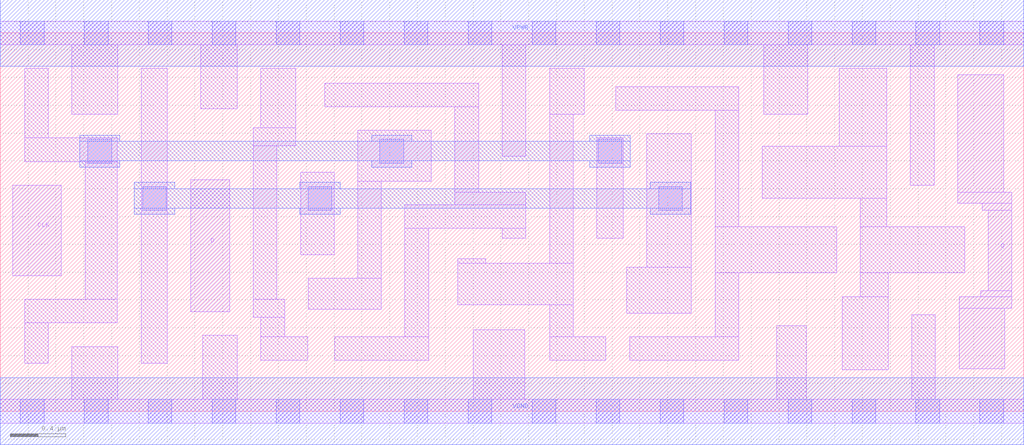
<source format=lef>
# Copyright 2020 The SkyWater PDK Authors
#
# Licensed under the Apache License, Version 2.0 (the "License");
# you may not use this file except in compliance with the License.
# You may obtain a copy of the License at
#
#     https://www.apache.org/licenses/LICENSE-2.0
#
# Unless required by applicable law or agreed to in writing, software
# distributed under the License is distributed on an "AS IS" BASIS,
# WITHOUT WARRANTIES OR CONDITIONS OF ANY KIND, either express or implied.
# See the License for the specific language governing permissions and
# limitations under the License.
#
# SPDX-License-Identifier: Apache-2.0

VERSION 5.7 ;
  NAMESCASESENSITIVE ON ;
  NOWIREEXTENSIONATPIN ON ;
  DIVIDERCHAR "/" ;
  BUSBITCHARS "[]" ;
UNITS
  DATABASE MICRONS 200 ;
END UNITS
MACRO sky130_fd_sc_hd__dfxtp_1
  CLASS CORE ;
  SOURCE USER ;
  FOREIGN sky130_fd_sc_hd__dfxtp_1 ;
  ORIGIN  0.000000  0.000000 ;
  SIZE  7.360000 BY  2.720000 ;
  SYMMETRY X Y R90 ;
  SITE unithd ;
  PIN D
    ANTENNAGATEAREA  0.126000 ;
    DIRECTION INPUT ;
    USE SIGNAL ;
    PORT
      LAYER li1 ;
        RECT 1.370000 0.715000 1.650000 1.665000 ;
    END
  END D
  PIN Q
    ANTENNADIFFAREA  0.429000 ;
    DIRECTION OUTPUT ;
    USE SIGNAL ;
    PORT
      LAYER li1 ;
        RECT 6.885000 1.495000 7.275000 1.575000 ;
        RECT 6.885000 1.575000 7.215000 2.420000 ;
        RECT 6.895000 0.305000 7.225000 0.740000 ;
        RECT 6.895000 0.740000 7.275000 0.825000 ;
        RECT 7.050000 0.825000 7.275000 0.865000 ;
        RECT 7.060000 1.445000 7.275000 1.495000 ;
        RECT 7.105000 0.865000 7.275000 1.445000 ;
    END
  END Q
  PIN CLK
    ANTENNAGATEAREA  0.159000 ;
    DIRECTION INPUT ;
    USE CLOCK ;
    PORT
      LAYER li1 ;
        RECT 0.090000 0.975000 0.440000 1.625000 ;
    END
  END CLK
  PIN VGND
    DIRECTION INOUT ;
    SHAPE ABUTMENT ;
    USE GROUND ;
    PORT
      LAYER met1 ;
        RECT 0.000000 -0.240000 7.360000 0.240000 ;
    END
  END VGND
  PIN VPWR
    DIRECTION INOUT ;
    SHAPE ABUTMENT ;
    USE POWER ;
    PORT
      LAYER met1 ;
        RECT 0.000000 2.480000 7.360000 2.960000 ;
    END
  END VPWR
  OBS
    LAYER li1 ;
      RECT 0.000000 -0.085000 7.360000 0.085000 ;
      RECT 0.000000  2.635000 7.360000 2.805000 ;
      RECT 0.175000  0.345000 0.345000 0.635000 ;
      RECT 0.175000  0.635000 0.840000 0.805000 ;
      RECT 0.175000  1.795000 0.840000 1.965000 ;
      RECT 0.175000  1.965000 0.345000 2.465000 ;
      RECT 0.515000  0.085000 0.845000 0.465000 ;
      RECT 0.515000  2.135000 0.845000 2.635000 ;
      RECT 0.610000  0.805000 0.840000 1.795000 ;
      RECT 1.015000  0.345000 1.200000 2.465000 ;
      RECT 1.440000  2.175000 1.705000 2.635000 ;
      RECT 1.455000  0.085000 1.705000 0.545000 ;
      RECT 1.820000  0.675000 2.045000 0.805000 ;
      RECT 1.820000  0.805000 1.990000 1.910000 ;
      RECT 1.820000  1.910000 2.125000 2.040000 ;
      RECT 1.875000  0.365000 2.210000 0.535000 ;
      RECT 1.875000  0.535000 2.045000 0.675000 ;
      RECT 1.875000  2.040000 2.125000 2.465000 ;
      RECT 2.160000  1.125000 2.400000 1.720000 ;
      RECT 2.215000  0.735000 2.740000 0.955000 ;
      RECT 2.335000  2.190000 3.440000 2.360000 ;
      RECT 2.405000  0.365000 3.080000 0.535000 ;
      RECT 2.570000  0.955000 2.740000 1.655000 ;
      RECT 2.570000  1.655000 3.100000 2.020000 ;
      RECT 2.910000  0.535000 3.080000 1.315000 ;
      RECT 2.910000  1.315000 3.780000 1.485000 ;
      RECT 3.270000  1.485000 3.780000 1.575000 ;
      RECT 3.270000  1.575000 3.440000 2.190000 ;
      RECT 3.290000  0.765000 4.120000 1.065000 ;
      RECT 3.290000  1.065000 3.490000 1.095000 ;
      RECT 3.400000  0.085000 3.770000 0.585000 ;
      RECT 3.610000  1.245000 3.780000 1.315000 ;
      RECT 3.610000  1.835000 3.780000 2.635000 ;
      RECT 3.950000  0.365000 4.355000 0.535000 ;
      RECT 3.950000  0.535000 4.120000 0.765000 ;
      RECT 3.950000  1.065000 4.120000 2.135000 ;
      RECT 3.950000  2.135000 4.200000 2.465000 ;
      RECT 4.290000  1.245000 4.480000 1.965000 ;
      RECT 4.425000  2.165000 5.310000 2.335000 ;
      RECT 4.505000  0.705000 4.970000 1.035000 ;
      RECT 4.525000  0.365000 5.310000 0.535000 ;
      RECT 4.650000  1.035000 4.970000 1.995000 ;
      RECT 5.140000  0.535000 5.310000 0.995000 ;
      RECT 5.140000  0.995000 6.015000 1.325000 ;
      RECT 5.140000  1.325000 5.310000 2.165000 ;
      RECT 5.480000  1.530000 6.375000 1.905000 ;
      RECT 5.490000  2.135000 5.805000 2.635000 ;
      RECT 5.585000  0.085000 5.795000 0.615000 ;
      RECT 6.035000  1.905000 6.375000 2.465000 ;
      RECT 6.055000  0.300000 6.385000 0.825000 ;
      RECT 6.185000  0.825000 6.385000 0.995000 ;
      RECT 6.185000  0.995000 6.935000 1.325000 ;
      RECT 6.185000  1.325000 6.375000 1.530000 ;
      RECT 6.545000  1.625000 6.715000 2.635000 ;
      RECT 6.555000  0.085000 6.725000 0.695000 ;
    LAYER mcon ;
      RECT 0.145000 -0.085000 0.315000 0.085000 ;
      RECT 0.145000  2.635000 0.315000 2.805000 ;
      RECT 0.605000 -0.085000 0.775000 0.085000 ;
      RECT 0.605000  2.635000 0.775000 2.805000 ;
      RECT 0.630000  1.785000 0.800000 1.955000 ;
      RECT 1.025000  1.445000 1.195000 1.615000 ;
      RECT 1.065000 -0.085000 1.235000 0.085000 ;
      RECT 1.065000  2.635000 1.235000 2.805000 ;
      RECT 1.525000 -0.085000 1.695000 0.085000 ;
      RECT 1.525000  2.635000 1.695000 2.805000 ;
      RECT 1.985000 -0.085000 2.155000 0.085000 ;
      RECT 1.985000  2.635000 2.155000 2.805000 ;
      RECT 2.215000  1.445000 2.385000 1.615000 ;
      RECT 2.445000 -0.085000 2.615000 0.085000 ;
      RECT 2.445000  2.635000 2.615000 2.805000 ;
      RECT 2.730000  1.785000 2.900000 1.955000 ;
      RECT 2.905000 -0.085000 3.075000 0.085000 ;
      RECT 2.905000  2.635000 3.075000 2.805000 ;
      RECT 3.365000 -0.085000 3.535000 0.085000 ;
      RECT 3.365000  2.635000 3.535000 2.805000 ;
      RECT 3.825000 -0.085000 3.995000 0.085000 ;
      RECT 3.825000  2.635000 3.995000 2.805000 ;
      RECT 4.285000 -0.085000 4.455000 0.085000 ;
      RECT 4.285000  2.635000 4.455000 2.805000 ;
      RECT 4.300000  1.785000 4.470000 1.955000 ;
      RECT 4.735000  1.445000 4.905000 1.615000 ;
      RECT 4.745000 -0.085000 4.915000 0.085000 ;
      RECT 4.745000  2.635000 4.915000 2.805000 ;
      RECT 5.205000 -0.085000 5.375000 0.085000 ;
      RECT 5.205000  2.635000 5.375000 2.805000 ;
      RECT 5.665000 -0.085000 5.835000 0.085000 ;
      RECT 5.665000  2.635000 5.835000 2.805000 ;
      RECT 6.125000 -0.085000 6.295000 0.085000 ;
      RECT 6.125000  2.635000 6.295000 2.805000 ;
      RECT 6.585000 -0.085000 6.755000 0.085000 ;
      RECT 6.585000  2.635000 6.755000 2.805000 ;
      RECT 7.045000 -0.085000 7.215000 0.085000 ;
      RECT 7.045000  2.635000 7.215000 2.805000 ;
    LAYER met1 ;
      RECT 0.570000 1.755000 0.860000 1.800000 ;
      RECT 0.570000 1.800000 4.530000 1.940000 ;
      RECT 0.570000 1.940000 0.860000 1.985000 ;
      RECT 0.965000 1.415000 1.255000 1.460000 ;
      RECT 0.965000 1.460000 4.965000 1.600000 ;
      RECT 0.965000 1.600000 1.255000 1.645000 ;
      RECT 2.155000 1.415000 2.445000 1.460000 ;
      RECT 2.155000 1.600000 2.445000 1.645000 ;
      RECT 2.670000 1.755000 2.960000 1.800000 ;
      RECT 2.670000 1.940000 2.960000 1.985000 ;
      RECT 4.240000 1.755000 4.530000 1.800000 ;
      RECT 4.240000 1.940000 4.530000 1.985000 ;
      RECT 4.675000 1.415000 4.965000 1.460000 ;
      RECT 4.675000 1.600000 4.965000 1.645000 ;
  END
END sky130_fd_sc_hd__dfxtp_1
END LIBRARY

</source>
